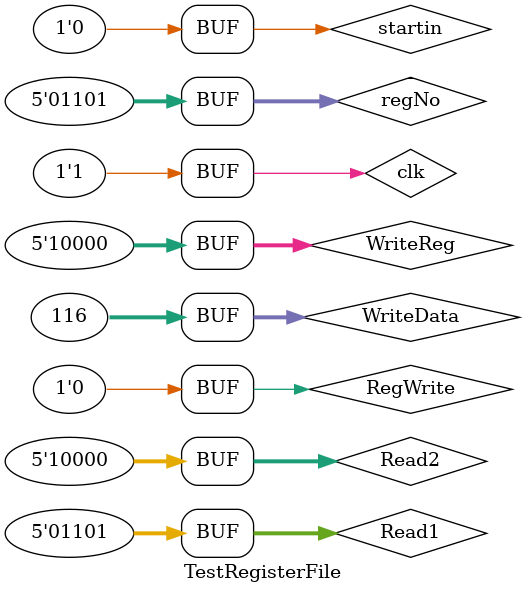
<source format=v>
`timescale 1ns / 1ps


module TestRegisterFile;

	// Inputs
	reg [4:0] Read1;
	reg [4:0] Read2;
	reg [4:0] WriteReg;
	reg [31:0] WriteData;
	reg RegWrite;
	reg startin;
	reg clk;
	reg [4:0] regNo;

	// Outputs
	wire [31:0] Data1;
	wire [31:0] Data2;
	wire [31:0] val;

	// Instantiate the Unit Under Test (UUT)
	registerFile uut (
		.Read1(Read1), 
		.Read2(Read2), 
		.WriteReg(WriteReg), 
		.WriteData(WriteData), 
		.RegWrite(RegWrite), 
		.Data1(Data1), 
		.Data2(Data2), 
		.startin(startin), 
		.clk(clk), 
		.val(val), 
		.regNo(regNo)
	);

	initial begin
		// Initialize Inputs
		Read1 = 0;
		Read2 = 0;
		WriteReg = 0;
		WriteData = 0;
		RegWrite = 0;
		startin = 0;
		clk = 0;
		regNo = 0;

		// Wait 100 ns for global reset to finish
		#100;
        
		// Add stimulus here
		clk =1;
		startin = 1;
		
		#10;
		clk = 0;
		startin = 0;
		#10;
		
		clk =1;
		RegWrite = 1;
		WriteData = 113;
		WriteReg = 13;
		
		#10;
		clk=0;
		#10;
		
		clk =1;
		WriteData = 116;
		WriteReg = 16;
		
		#10;
		clk=0;
		#10;
		
		RegWrite = 0 ;
		
		#10;
		clk =1;
		Read1 = 13;
		Read2 = 16;
		regNo = 13;

	end
      
endmodule


</source>
